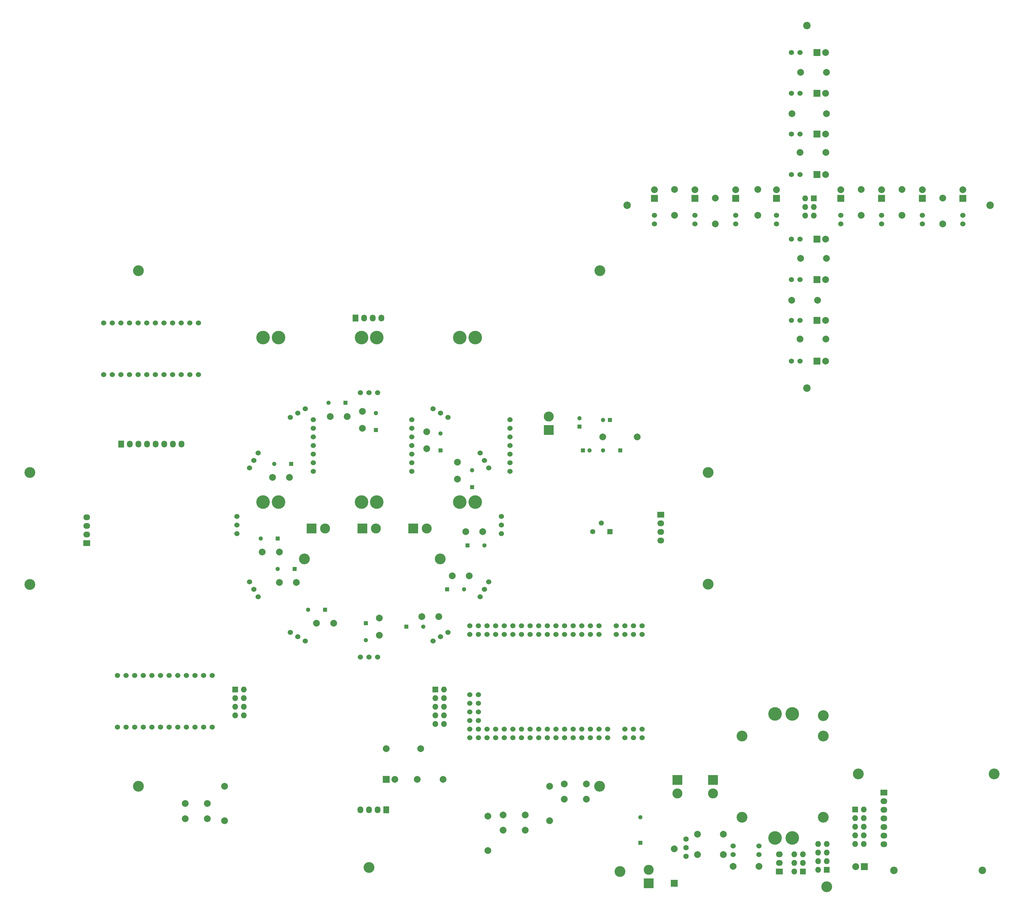
<source format=gbs>
G04 #@! TF.FileFunction,Soldermask,Bot*
%FSLAX46Y46*%
G04 Gerber Fmt 4.6, Leading zero omitted, Abs format (unit mm)*
G04 Created by KiCad (PCBNEW 4.0.1-stable) date 2016/11/10 21:26:33*
%MOMM*%
G01*
G04 APERTURE LIST*
%ADD10C,0.100000*%
%ADD11C,3.200000*%
%ADD12C,2.200000*%
%ADD13R,2.032000X1.727200*%
%ADD14O,2.032000X1.727200*%
%ADD15R,2.032000X2.032000*%
%ADD16O,2.032000X2.032000*%
%ADD17R,1.727200X1.727200*%
%ADD18O,1.727200X1.727200*%
%ADD19C,1.300000*%
%ADD20R,1.300000X1.300000*%
%ADD21R,2.000000X2.000000*%
%ADD22C,2.000000*%
%ADD23R,2.950000X2.950000*%
%ADD24C,2.950000*%
%ADD25C,1.998980*%
%ADD26C,1.510000*%
%ADD27R,1.510000X1.510000*%
%ADD28C,1.524000*%
%ADD29R,1.727200X2.032000*%
%ADD30O,1.727200X2.032000*%
%ADD31C,4.000000*%
%ADD32R,1.998980X1.998980*%
%ADD33C,1.600000*%
G04 APERTURE END LIST*
D10*
D11*
X396770000Y-293900000D03*
D12*
X433270000Y-322400000D03*
D13*
X404270000Y-299400000D03*
D14*
X404270000Y-301940000D03*
X404270000Y-304480000D03*
X404270000Y-307020000D03*
X404270000Y-309560000D03*
X404270000Y-312100000D03*
X404270000Y-314640000D03*
D15*
X398470000Y-321300000D03*
D16*
X395930000Y-321300000D03*
D17*
X395770000Y-304400000D03*
D18*
X398310000Y-304400000D03*
X395770000Y-306940000D03*
X398310000Y-306940000D03*
X395770000Y-309480000D03*
X398310000Y-309480000D03*
X395770000Y-312020000D03*
X398310000Y-312020000D03*
X395770000Y-314560000D03*
X398310000Y-314560000D03*
D12*
X407270000Y-322400000D03*
D11*
X436770000Y-293900000D03*
X273450000Y-230550000D03*
X233450000Y-230550000D03*
X184450000Y-145550000D03*
X152450000Y-205050000D03*
X152450000Y-238050000D03*
X184450000Y-297550000D03*
X252450000Y-321550000D03*
X320450000Y-297550000D03*
X352450000Y-237980000D03*
X352480000Y-205010000D03*
D13*
X169210000Y-225850000D03*
D14*
X169210000Y-223310000D03*
X169210000Y-220770000D03*
X169210000Y-218230000D03*
D19*
X314500000Y-189000000D03*
D20*
X314500000Y-191500000D03*
X254500000Y-192500000D03*
D19*
X254500000Y-187500000D03*
D20*
X273500000Y-198500000D03*
D19*
X273500000Y-193500000D03*
D20*
X282875000Y-209340000D03*
D19*
X282875000Y-204340000D03*
D20*
X281500000Y-226500000D03*
D19*
X286500000Y-226500000D03*
D20*
X275500000Y-239500000D03*
D19*
X280500000Y-239500000D03*
D20*
X263500000Y-250500000D03*
D19*
X268500000Y-250500000D03*
D20*
X315500000Y-198500000D03*
D19*
X317500000Y-198500000D03*
D20*
X251500000Y-249500000D03*
D19*
X251500000Y-254500000D03*
D20*
X239500000Y-245500000D03*
D19*
X234500000Y-245500000D03*
D20*
X230500000Y-233500000D03*
D19*
X225500000Y-233500000D03*
D20*
X326500000Y-198500000D03*
D19*
X321500000Y-198500000D03*
D20*
X225500000Y-224500000D03*
D19*
X220500000Y-224500000D03*
D20*
X323500000Y-189500000D03*
D19*
X321500000Y-189500000D03*
D20*
X229500000Y-202500000D03*
D19*
X224500000Y-202500000D03*
D20*
X245500000Y-184500000D03*
D19*
X240500000Y-184500000D03*
D21*
X257500000Y-295500000D03*
D22*
X260040000Y-295500000D03*
D23*
X305500000Y-192480000D03*
D24*
X305500000Y-188520000D03*
D17*
X272000000Y-269000000D03*
D18*
X274540000Y-269000000D03*
X272000000Y-271540000D03*
X274540000Y-271540000D03*
X272000000Y-274080000D03*
X274540000Y-274080000D03*
X272000000Y-276620000D03*
X274540000Y-276620000D03*
X272000000Y-279160000D03*
X274540000Y-279160000D03*
D17*
X213025000Y-269030000D03*
D18*
X215565000Y-269030000D03*
X213025000Y-271570000D03*
X215565000Y-271570000D03*
X213025000Y-274110000D03*
X215565000Y-274110000D03*
X213025000Y-276650000D03*
X215565000Y-276650000D03*
D23*
X235520000Y-221500000D03*
D24*
X239480000Y-221500000D03*
D23*
X265520000Y-221500000D03*
D24*
X269480000Y-221500000D03*
D23*
X250520000Y-221500000D03*
D24*
X254480000Y-221500000D03*
D25*
X250500000Y-187000640D03*
X250500000Y-192001900D03*
X269500000Y-193000640D03*
X269500000Y-198001900D03*
X278500000Y-202000640D03*
X278500000Y-207001900D03*
X285999360Y-222500000D03*
X280998100Y-222500000D03*
X281999360Y-235500000D03*
X276998100Y-235500000D03*
X272999360Y-247500000D03*
X267998100Y-247500000D03*
X255500000Y-252999360D03*
X255500000Y-247998100D03*
X237000640Y-249500000D03*
X242001900Y-249500000D03*
X226000640Y-237500000D03*
X231001900Y-237500000D03*
D26*
X318420000Y-222500000D03*
D27*
X323500000Y-222500000D03*
D26*
X320960000Y-219960000D03*
D25*
X221000640Y-228500000D03*
X226001900Y-228500000D03*
X331500000Y-194500000D03*
X321340000Y-194500000D03*
X224000640Y-206500000D03*
X229001900Y-206500000D03*
X241000640Y-188500000D03*
X246001900Y-188500000D03*
X209850000Y-307765000D03*
X209850000Y-297605000D03*
X305735000Y-307765000D03*
X305735000Y-297605000D03*
X287500000Y-316500000D03*
X287500000Y-306340000D03*
X257500000Y-286500000D03*
X267660000Y-286500000D03*
D22*
X266700160Y-295500000D03*
X274299840Y-295500000D03*
X204770000Y-302630000D03*
X204770000Y-307130000D03*
X198270000Y-302630000D03*
X198270000Y-307130000D03*
X316530000Y-296915000D03*
X316530000Y-301415000D03*
X310030000Y-296915000D03*
X310030000Y-301415000D03*
X298500000Y-306000000D03*
X298500000Y-310500000D03*
X292000000Y-306000000D03*
X292000000Y-310500000D03*
D28*
X255040000Y-181500000D03*
X252500000Y-181500000D03*
X249960000Y-181500000D03*
X275699705Y-188770000D03*
X273500000Y-187500000D03*
X271300295Y-186230000D03*
X287770000Y-203699705D03*
X286500000Y-201500000D03*
X285230000Y-199300295D03*
X291500000Y-223040000D03*
X291500000Y-220500000D03*
X291500000Y-217960000D03*
X285230000Y-241699705D03*
X286500000Y-239500000D03*
X287770000Y-237300295D03*
X271300295Y-254770000D03*
X273500000Y-253500000D03*
X275699705Y-252230000D03*
X249960000Y-259500000D03*
X252500000Y-259500000D03*
X255040000Y-259500000D03*
X229300295Y-252230000D03*
X231500000Y-253500000D03*
X233699705Y-254770000D03*
D29*
X248500000Y-159500000D03*
D30*
X251040000Y-159500000D03*
X253580000Y-159500000D03*
X256120000Y-159500000D03*
D13*
X338500000Y-217500000D03*
D14*
X338500000Y-220040000D03*
X338500000Y-222580000D03*
X338500000Y-225120000D03*
D29*
X257500000Y-304500000D03*
D30*
X254960000Y-304500000D03*
X252420000Y-304500000D03*
X249880000Y-304500000D03*
D28*
X217230000Y-237300295D03*
X218500000Y-239500000D03*
X219770000Y-241699705D03*
X213500000Y-217960000D03*
X213500000Y-220500000D03*
X213500000Y-223040000D03*
X219770000Y-199300295D03*
X218500000Y-201500000D03*
X217230000Y-203699705D03*
X233699705Y-186230000D03*
X231500000Y-187500000D03*
X229300295Y-188770000D03*
X299960000Y-283280000D03*
X320280000Y-250260000D03*
X317740000Y-252800000D03*
X317740000Y-250260000D03*
X315200000Y-252800000D03*
X315200000Y-250260000D03*
X312660000Y-252800000D03*
X312660000Y-250260000D03*
X310120000Y-252800000D03*
X310120000Y-250260000D03*
X307580000Y-252800000D03*
X307580000Y-250260000D03*
X305040000Y-252800000D03*
X305040000Y-250260000D03*
X302500000Y-252800000D03*
X302500000Y-250260000D03*
X299960000Y-252800000D03*
X299960000Y-250260000D03*
X297420000Y-252800000D03*
X297420000Y-250260000D03*
X294880000Y-252800000D03*
X294880000Y-250260000D03*
X292340000Y-252800000D03*
X292340000Y-250260000D03*
X289800000Y-252800000D03*
X289800000Y-250260000D03*
X287260000Y-252800000D03*
X287260000Y-250260000D03*
X284720000Y-252800000D03*
X284720000Y-250260000D03*
X282180000Y-252800000D03*
X282180000Y-250260000D03*
X320280000Y-252800000D03*
X325360000Y-252800000D03*
X325360000Y-250260000D03*
X327900000Y-252800000D03*
X327900000Y-250260000D03*
X330440000Y-252800000D03*
X330440000Y-250260000D03*
X332980000Y-250260000D03*
X332980000Y-252800000D03*
X282180000Y-270580000D03*
X284720000Y-270580000D03*
X282180000Y-275660000D03*
X282180000Y-273120000D03*
X284720000Y-275660000D03*
X284720000Y-273120000D03*
X299960000Y-280740000D03*
X297420000Y-283280000D03*
X297420000Y-280740000D03*
X294880000Y-283280000D03*
X294880000Y-280740000D03*
X292340000Y-283280000D03*
X292340000Y-280740000D03*
X289800000Y-283280000D03*
X289800000Y-280740000D03*
X287260000Y-283280000D03*
X287260000Y-280740000D03*
X284720000Y-283280000D03*
X284720000Y-280740000D03*
X282180000Y-283280000D03*
X282180000Y-280740000D03*
X322820000Y-283280000D03*
X322820000Y-280740000D03*
X320280000Y-283280000D03*
X320280000Y-280740000D03*
X317740000Y-283280000D03*
X317740000Y-280740000D03*
X315200000Y-283280000D03*
X315200000Y-280740000D03*
X312660000Y-283280000D03*
X312660000Y-280740000D03*
X310120000Y-283280000D03*
X310120000Y-280740000D03*
X307580000Y-283280000D03*
X307580000Y-280740000D03*
X305040000Y-283280000D03*
X305040000Y-280740000D03*
X327900000Y-283280000D03*
X327900000Y-280740000D03*
X330440000Y-283280000D03*
X330440000Y-280740000D03*
X332980000Y-283280000D03*
X332980000Y-280740000D03*
X282180000Y-278200000D03*
X284720000Y-278200000D03*
X302500000Y-283280000D03*
X302500000Y-280740000D03*
X202200000Y-176120000D03*
X202200000Y-160880000D03*
X199660000Y-176120000D03*
X197120000Y-176120000D03*
X194580000Y-176120000D03*
X192040000Y-176120000D03*
X189500000Y-176120000D03*
X186960000Y-176120000D03*
X184420000Y-176120000D03*
X181880000Y-176120000D03*
X179340000Y-176120000D03*
X176800000Y-176120000D03*
X174260000Y-176120000D03*
X174260000Y-160880000D03*
X179340000Y-160880000D03*
X176800000Y-160880000D03*
X181880000Y-160880000D03*
X184420000Y-160880000D03*
X186960000Y-160880000D03*
X189500000Y-160880000D03*
X192040000Y-160880000D03*
X194580000Y-160880000D03*
X197120000Y-160880000D03*
X199660000Y-160880000D03*
X206200000Y-280120000D03*
X206200000Y-264880000D03*
X203660000Y-280120000D03*
X201120000Y-280120000D03*
X198580000Y-280120000D03*
X196040000Y-280120000D03*
X193500000Y-280120000D03*
X190960000Y-280120000D03*
X188420000Y-280120000D03*
X185880000Y-280120000D03*
X183340000Y-280120000D03*
X180800000Y-280120000D03*
X178260000Y-280120000D03*
X178260000Y-264880000D03*
X183340000Y-264880000D03*
X180800000Y-264880000D03*
X185880000Y-264880000D03*
X188420000Y-264880000D03*
X190960000Y-264880000D03*
X193500000Y-264880000D03*
X196040000Y-264880000D03*
X198580000Y-264880000D03*
X201120000Y-264880000D03*
X203660000Y-264880000D03*
D29*
X179370000Y-196640000D03*
D30*
X181910000Y-196640000D03*
X184450000Y-196640000D03*
X186990000Y-196640000D03*
X189530000Y-196640000D03*
X192070000Y-196640000D03*
X194610000Y-196640000D03*
X197150000Y-196640000D03*
D31*
X221250000Y-165250000D03*
X225750000Y-165250000D03*
X225750000Y-213750000D03*
X221250000Y-213750000D03*
D28*
X236050000Y-204700000D03*
X236050000Y-202160000D03*
X236050000Y-199620000D03*
X236050000Y-197080000D03*
X236050000Y-194540000D03*
X236050000Y-192000000D03*
X236050000Y-189460000D03*
D31*
X279250000Y-165250000D03*
X283750000Y-165250000D03*
X283750000Y-213750000D03*
X279250000Y-213750000D03*
D28*
X294050000Y-204700000D03*
X294050000Y-202160000D03*
X294050000Y-199620000D03*
X294050000Y-197080000D03*
X294050000Y-194540000D03*
X294050000Y-192000000D03*
X294050000Y-189460000D03*
D31*
X250250000Y-165250000D03*
X254750000Y-165250000D03*
X254750000Y-213750000D03*
X250250000Y-213750000D03*
D28*
X265050000Y-204700000D03*
X265050000Y-202160000D03*
X265050000Y-199620000D03*
X265050000Y-197080000D03*
X265050000Y-194540000D03*
X265050000Y-192000000D03*
X265050000Y-189460000D03*
D11*
X320510000Y-145480000D03*
D12*
X381580000Y-180170000D03*
X435580000Y-126170000D03*
X381580000Y-73170000D03*
D21*
X384580000Y-81170000D03*
D22*
X387120000Y-81170000D03*
D21*
X384580000Y-93170000D03*
D22*
X387120000Y-93170000D03*
D21*
X384580000Y-105170000D03*
D22*
X387120000Y-105170000D03*
D21*
X384580000Y-117170000D03*
D22*
X387120000Y-117170000D03*
D21*
X336580000Y-124170000D03*
D22*
X336580000Y-121630000D03*
D21*
X348580000Y-124170000D03*
D22*
X348580000Y-121630000D03*
D21*
X360580000Y-124170000D03*
D22*
X360580000Y-121630000D03*
D21*
X372580000Y-124170000D03*
D22*
X372580000Y-121630000D03*
D21*
X391580000Y-124170000D03*
D22*
X391580000Y-121630000D03*
D21*
X403580000Y-124170000D03*
D22*
X403580000Y-121630000D03*
D21*
X415580000Y-124170000D03*
D22*
X415580000Y-121630000D03*
D21*
X427580000Y-124170000D03*
D22*
X427580000Y-121630000D03*
D21*
X384580000Y-136170000D03*
D22*
X387120000Y-136170000D03*
D21*
X384580000Y-148170000D03*
D22*
X387120000Y-148170000D03*
D21*
X384580000Y-160170000D03*
D22*
X387120000Y-160170000D03*
D21*
X384580000Y-172170000D03*
D22*
X387120000Y-172170000D03*
D17*
X383580000Y-124170000D03*
D18*
X381040000Y-124170000D03*
X383580000Y-126710000D03*
X381040000Y-126710000D03*
X383580000Y-129250000D03*
X381040000Y-129250000D03*
D28*
X377040000Y-81170000D03*
X379580000Y-81170000D03*
X377040000Y-93170000D03*
X379580000Y-93170000D03*
X377040000Y-105170000D03*
X379580000Y-105170000D03*
X377040000Y-117170000D03*
X379580000Y-117170000D03*
X336580000Y-131710000D03*
X336580000Y-129170000D03*
X348580000Y-131710000D03*
X348580000Y-129170000D03*
X360580000Y-131710000D03*
X360580000Y-129170000D03*
X372580000Y-131710000D03*
X372580000Y-129170000D03*
X391580000Y-131710000D03*
X391580000Y-129170000D03*
X403580000Y-131710000D03*
X403580000Y-129170000D03*
X415580000Y-131710000D03*
X415580000Y-129170000D03*
X427580000Y-131710000D03*
X427580000Y-129170000D03*
X377040000Y-136170000D03*
X379580000Y-136170000D03*
X377040000Y-148170000D03*
X379580000Y-148170000D03*
X377040000Y-160170000D03*
X379580000Y-160170000D03*
X377040000Y-172170000D03*
X379580000Y-172170000D03*
D25*
X377180000Y-99170000D03*
X387340000Y-99170000D03*
X379680000Y-86970000D03*
X387300000Y-86970000D03*
X379580000Y-110670000D03*
X387200000Y-110670000D03*
X354580000Y-131670000D03*
X354580000Y-124050000D03*
X342580000Y-129170000D03*
X342580000Y-121550000D03*
X367080000Y-129170000D03*
X367080000Y-121550000D03*
X421580000Y-131670000D03*
X421580000Y-124050000D03*
X397580000Y-129170000D03*
X397580000Y-121550000D03*
X409580000Y-129170000D03*
X409580000Y-121550000D03*
X377080000Y-154270000D03*
X384700000Y-154270000D03*
X379680000Y-141870000D03*
X387300000Y-141870000D03*
X379580000Y-165670000D03*
X387200000Y-165670000D03*
D11*
X387430000Y-327230000D03*
X386440000Y-276730000D03*
X326430000Y-322730000D03*
X386430000Y-282730000D03*
X362430000Y-282730000D03*
X362430000Y-306730000D03*
D31*
X372160000Y-312810000D03*
X377240000Y-312810000D03*
X372160000Y-276220000D03*
X377240000Y-276220000D03*
D20*
X332430000Y-314230000D03*
D19*
X332430000Y-306730000D03*
D25*
X342427460Y-316070000D03*
D32*
X342427460Y-326230000D03*
D17*
X387430000Y-322230000D03*
D18*
X384890000Y-322230000D03*
X387430000Y-319690000D03*
X384890000Y-319690000D03*
X387430000Y-317150000D03*
X384890000Y-317150000D03*
X387430000Y-314610000D03*
X384890000Y-314610000D03*
D17*
X380430000Y-322730000D03*
D18*
X377890000Y-322730000D03*
X380430000Y-320190000D03*
X377890000Y-320190000D03*
X380430000Y-317650000D03*
X377890000Y-317650000D03*
D13*
X373430000Y-322730000D03*
D14*
X373430000Y-320190000D03*
X373430000Y-317650000D03*
D23*
X334930000Y-326210000D03*
D24*
X334930000Y-322250000D03*
D23*
X353930000Y-295750000D03*
D24*
X353930000Y-299710000D03*
D23*
X343430000Y-295750000D03*
D24*
X343430000Y-299710000D03*
D33*
X345930000Y-313190000D03*
X345930000Y-318270000D03*
X345930000Y-315730000D03*
D25*
X367430000Y-321230000D03*
X359810000Y-321230000D03*
X356930000Y-317730000D03*
X349310000Y-317730000D03*
X356930000Y-311730000D03*
X349310000Y-311730000D03*
D28*
X367470000Y-317730000D03*
X367470000Y-315190000D03*
X359850000Y-317730000D03*
X359850000Y-315190000D03*
D11*
X386430000Y-306730000D03*
X436770000Y-293900000D03*
D12*
X407270000Y-322400000D03*
D17*
X395770000Y-304400000D03*
D18*
X398310000Y-304400000D03*
X395770000Y-306940000D03*
X398310000Y-306940000D03*
X395770000Y-309480000D03*
X398310000Y-309480000D03*
X395770000Y-312020000D03*
X398310000Y-312020000D03*
X395770000Y-314560000D03*
X398310000Y-314560000D03*
D15*
X398470000Y-321300000D03*
D16*
X395930000Y-321300000D03*
D13*
X404270000Y-299400000D03*
D14*
X404270000Y-301940000D03*
X404270000Y-304480000D03*
X404270000Y-307020000D03*
X404270000Y-309560000D03*
X404270000Y-312100000D03*
X404270000Y-314640000D03*
D12*
X433270000Y-322400000D03*
D11*
X396770000Y-293900000D03*
D12*
X328580000Y-126170000D03*
M02*

</source>
